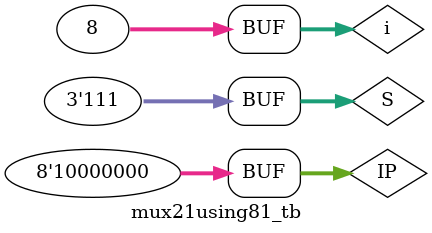
<source format=v>
module mux_21 (
               input i0,i1,
               input s,
               output y0);

assign y0= ( (~s & i0) | (s&i1) );     

endmodule

module mux81_using_21 (
    input [7:0]ip,
    input [2:0]s,
    output y
);
wire l,m,n,o,p,q;
mux_21 do(.i0(ip[0]), .i1(ip[1]), .s(s[0]), .y0(l));
mux_21 d1(.i0(ip[2]), .i1(ip[3]), .s(s[0]), .y0(m));
mux_21 d2(.i0(ip[4]), .i1(ip[5]), .s(s[0]), .y0(n));
mux_21 d3(.i0(ip[6]), .i1(ip[7]), .s(s[0]), .y0(o));

mux_21 d4(.i0(l), .i1(m), .s(s[1]), .y0(p));
mux_21 d5(.i0(n), .i1(o), .s(s[1]), .y0(q));

mux_21 d6(.i0(p), .i1(q), .s(s[2]), .y0(y));

endmodule

module mux21using81_tb;

wire Y;
reg [7:0]IP;
reg [2:0]S;
integer i;

mux81_using_21 dut  (
    .ip(IP),
    .s(S),
    .y(Y)
);

initial 
begin
    $monitor("[%t] INPUTS=%B,SELECT LINES=%B, OUTPUTLINESSELECTED=%d ",$time,IP,S,i);
    for(i=0;i<8;i=i+1)
    begin
        #10; IP=(2**i); S=i;
    end
end

    
endmodule

</source>
